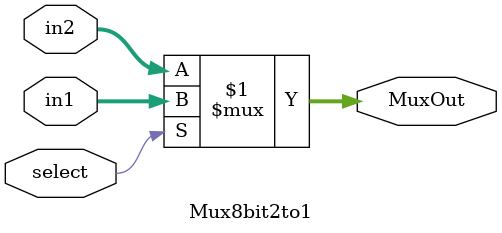
<source format=v>
`timescale 1ns/1ns
module Mux8bit2to1(input select, input [7:0]in1,in2, output [7:0]MuxOut);
  assign MuxOut = select ? in1 : in2;
endmodule

</source>
